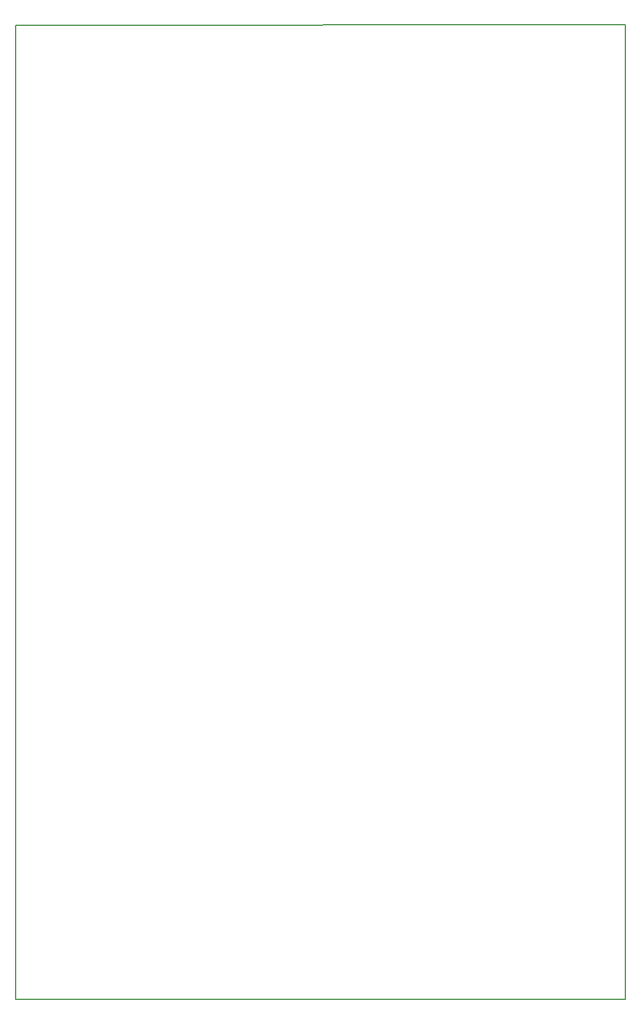
<source format=gm1>
G04 #@! TF.FileFunction,Profile,NP*
%FSLAX46Y46*%
G04 Gerber Fmt 4.6, Leading zero omitted, Abs format (unit mm)*
G04 Created by KiCad (PCBNEW 4.0.4+e1-6308~48~ubuntu14.04.1-stable) date Wed Oct 19 19:57:22 2016*
%MOMM*%
%LPD*%
G01*
G04 APERTURE LIST*
%ADD10C,0.100000*%
%ADD11C,0.150000*%
G04 APERTURE END LIST*
D10*
D11*
X101080000Y-17620000D02*
X15280000Y-17630000D01*
X101070000Y-154620000D02*
X101080000Y-17620000D01*
X15280000Y-154620000D02*
X101070000Y-154620000D01*
X15280000Y-17630000D02*
X15280000Y-154620000D01*
M02*

</source>
